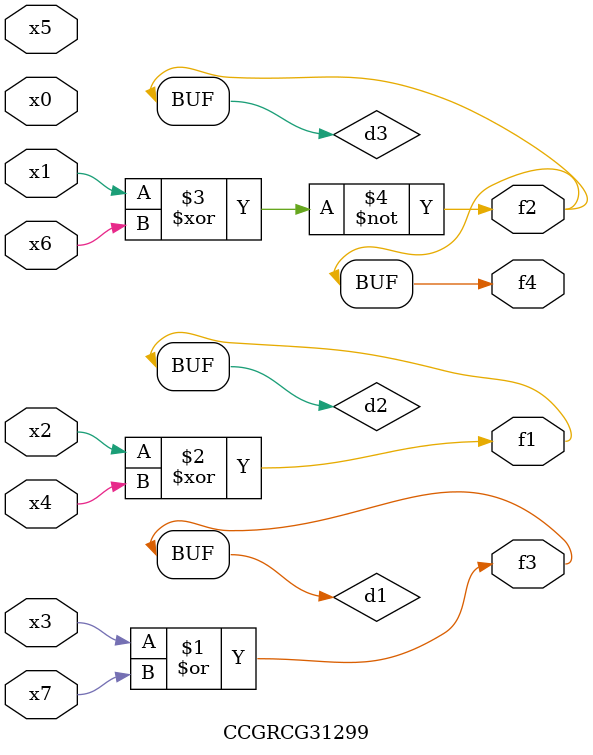
<source format=v>
module CCGRCG31299(
	input x0, x1, x2, x3, x4, x5, x6, x7,
	output f1, f2, f3, f4
);

	wire d1, d2, d3;

	or (d1, x3, x7);
	xor (d2, x2, x4);
	xnor (d3, x1, x6);
	assign f1 = d2;
	assign f2 = d3;
	assign f3 = d1;
	assign f4 = d3;
endmodule

</source>
